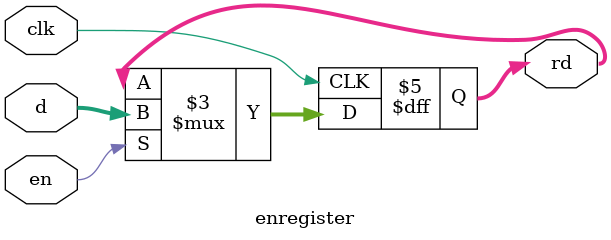
<source format=v>
module enregister (
  input clk, en,
  input [31:0]d,
  output reg [31:0]rd
);
  always @ (posedge clk) if (en) #1 rd <= d;

  initial rd = 32'b0;
endmodule

</source>
